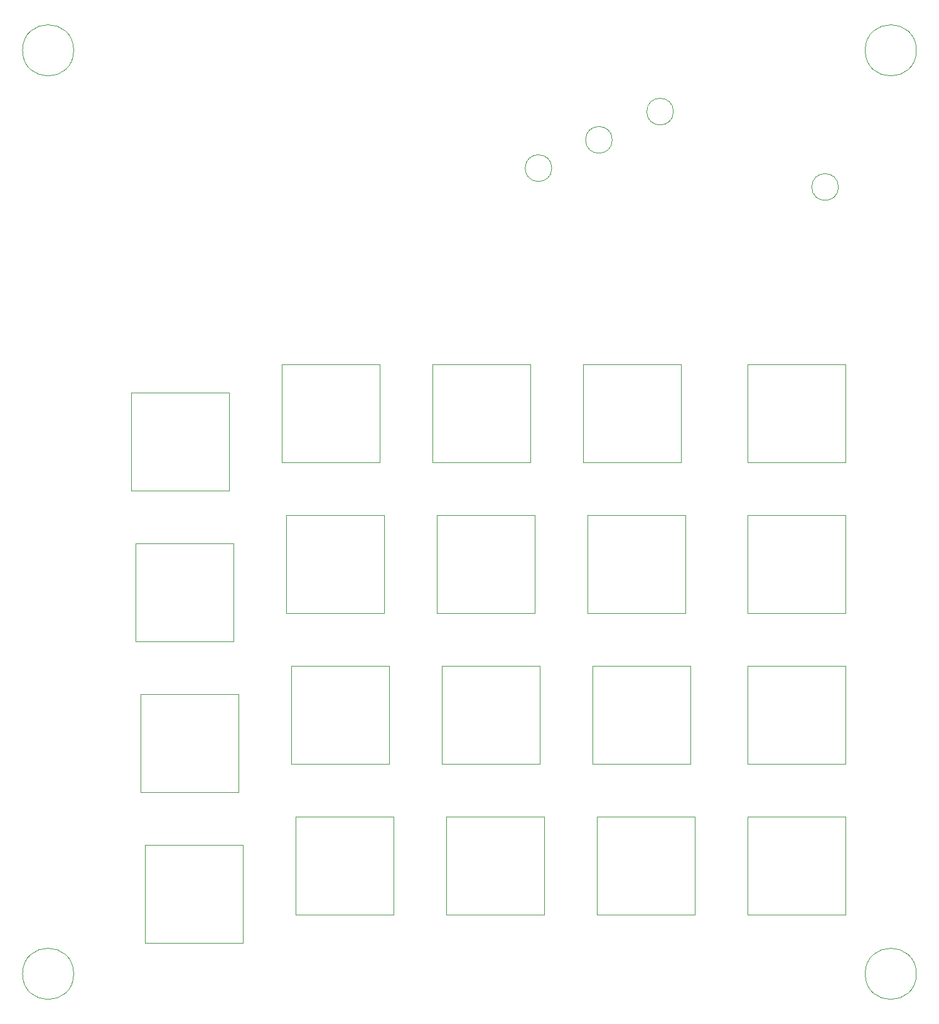
<source format=gbr>
G04 #@! TF.GenerationSoftware,KiCad,Pcbnew,(5.1.10)-1*
G04 #@! TF.CreationDate,2021-09-13T16:17:20-07:00*
G04 #@! TF.ProjectId,keyboard_pcb,6b657962-6f61-4726-945f-7063622e6b69,v0.1*
G04 #@! TF.SameCoordinates,Original*
G04 #@! TF.FileFunction,Other,User*
%FSLAX46Y46*%
G04 Gerber Fmt 4.6, Leading zero omitted, Abs format (unit mm)*
G04 Created by KiCad (PCBNEW (5.1.10)-1) date 2021-09-13 16:17:20*
%MOMM*%
%LPD*%
G01*
G04 APERTURE LIST*
%ADD10C,0.050000*%
G04 APERTURE END LIST*
D10*
X154865000Y-59690000D02*
G75*
G03*
X154865000Y-59690000I-1800000J0D01*
G01*
X132610000Y-49530000D02*
G75*
G03*
X132610000Y-49530000I-1800000J0D01*
G01*
X124355000Y-53340000D02*
G75*
G03*
X124355000Y-53340000I-1800000J0D01*
G01*
X116203274Y-57150000D02*
G75*
G03*
X116203274Y-57150000I-1800000J0D01*
G01*
X165375000Y-165735000D02*
G75*
G03*
X165375000Y-165735000I-3450000J0D01*
G01*
X165375000Y-41275000D02*
G75*
G03*
X165375000Y-41275000I-3450000J0D01*
G01*
X51710000Y-165735000D02*
G75*
G03*
X51710000Y-165735000I-3450000J0D01*
G01*
X51710000Y-41275000D02*
G75*
G03*
X51710000Y-41275000I-3450000J0D01*
G01*
X142625000Y-157730000D02*
X142625000Y-144530000D01*
X155825000Y-157730000D02*
X142625000Y-157730000D01*
X155825000Y-144530000D02*
X155825000Y-157730000D01*
X142625000Y-144530000D02*
X155825000Y-144530000D01*
X142625000Y-137410000D02*
X142625000Y-124210000D01*
X155825000Y-137410000D02*
X142625000Y-137410000D01*
X155825000Y-124210000D02*
X155825000Y-137410000D01*
X142625000Y-124210000D02*
X155825000Y-124210000D01*
X142625000Y-117090000D02*
X142625000Y-103890000D01*
X155825000Y-117090000D02*
X142625000Y-117090000D01*
X155825000Y-103890000D02*
X155825000Y-117090000D01*
X142625000Y-103890000D02*
X155825000Y-103890000D01*
X142625000Y-96770000D02*
X142625000Y-83570000D01*
X155825000Y-96770000D02*
X142625000Y-96770000D01*
X155825000Y-83570000D02*
X155825000Y-96770000D01*
X142625000Y-83570000D02*
X155825000Y-83570000D01*
X122305000Y-157730000D02*
X122305000Y-144530000D01*
X135505000Y-157730000D02*
X122305000Y-157730000D01*
X135505000Y-144530000D02*
X135505000Y-157730000D01*
X122305000Y-144530000D02*
X135505000Y-144530000D01*
X121670000Y-137410000D02*
X121670000Y-124210000D01*
X134870000Y-137410000D02*
X121670000Y-137410000D01*
X134870000Y-124210000D02*
X134870000Y-137410000D01*
X121670000Y-124210000D02*
X134870000Y-124210000D01*
X121035000Y-117090000D02*
X121035000Y-103890000D01*
X134235000Y-117090000D02*
X121035000Y-117090000D01*
X134235000Y-103890000D02*
X134235000Y-117090000D01*
X121035000Y-103890000D02*
X134235000Y-103890000D01*
X120400000Y-96770000D02*
X120400000Y-83570000D01*
X133600000Y-96770000D02*
X120400000Y-96770000D01*
X133600000Y-83570000D02*
X133600000Y-96770000D01*
X120400000Y-83570000D02*
X133600000Y-83570000D01*
X101985000Y-157730000D02*
X101985000Y-144530000D01*
X115185000Y-157730000D02*
X101985000Y-157730000D01*
X115185000Y-144530000D02*
X115185000Y-157730000D01*
X101985000Y-144530000D02*
X115185000Y-144530000D01*
X101350000Y-137410000D02*
X101350000Y-124210000D01*
X114550000Y-137410000D02*
X101350000Y-137410000D01*
X114550000Y-124210000D02*
X114550000Y-137410000D01*
X101350000Y-124210000D02*
X114550000Y-124210000D01*
X100715000Y-117090000D02*
X100715000Y-103890000D01*
X113915000Y-117090000D02*
X100715000Y-117090000D01*
X113915000Y-103890000D02*
X113915000Y-117090000D01*
X100715000Y-103890000D02*
X113915000Y-103890000D01*
X100080000Y-96770000D02*
X100080000Y-83570000D01*
X113280000Y-96770000D02*
X100080000Y-96770000D01*
X113280000Y-83570000D02*
X113280000Y-96770000D01*
X100080000Y-83570000D02*
X113280000Y-83570000D01*
X81665000Y-157730000D02*
X81665000Y-144530000D01*
X94865000Y-157730000D02*
X81665000Y-157730000D01*
X94865000Y-144530000D02*
X94865000Y-157730000D01*
X81665000Y-144530000D02*
X94865000Y-144530000D01*
X81030000Y-137410000D02*
X81030000Y-124210000D01*
X94230000Y-137410000D02*
X81030000Y-137410000D01*
X94230000Y-124210000D02*
X94230000Y-137410000D01*
X81030000Y-124210000D02*
X94230000Y-124210000D01*
X80395000Y-117090000D02*
X80395000Y-103890000D01*
X93595000Y-117090000D02*
X80395000Y-117090000D01*
X93595000Y-103890000D02*
X93595000Y-117090000D01*
X80395000Y-103890000D02*
X93595000Y-103890000D01*
X79760000Y-96770000D02*
X79760000Y-83570000D01*
X92960000Y-96770000D02*
X79760000Y-96770000D01*
X92960000Y-83570000D02*
X92960000Y-96770000D01*
X79760000Y-83570000D02*
X92960000Y-83570000D01*
X61345000Y-161540000D02*
X61345000Y-148340000D01*
X74545000Y-161540000D02*
X61345000Y-161540000D01*
X74545000Y-148340000D02*
X74545000Y-161540000D01*
X61345000Y-148340000D02*
X74545000Y-148340000D01*
X60710000Y-141220000D02*
X60710000Y-128020000D01*
X73910000Y-141220000D02*
X60710000Y-141220000D01*
X73910000Y-128020000D02*
X73910000Y-141220000D01*
X60710000Y-128020000D02*
X73910000Y-128020000D01*
X60075000Y-120900000D02*
X60075000Y-107700000D01*
X73275000Y-120900000D02*
X60075000Y-120900000D01*
X73275000Y-107700000D02*
X73275000Y-120900000D01*
X60075000Y-107700000D02*
X73275000Y-107700000D01*
X59440000Y-100580000D02*
X59440000Y-87380000D01*
X72640000Y-100580000D02*
X59440000Y-100580000D01*
X72640000Y-87380000D02*
X72640000Y-100580000D01*
X59440000Y-87380000D02*
X72640000Y-87380000D01*
M02*

</source>
